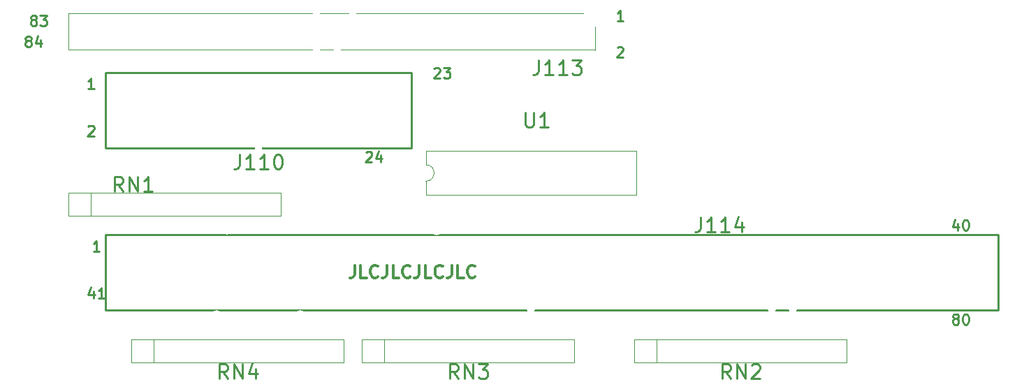
<source format=gto>
%TF.GenerationSoftware,KiCad,Pcbnew,(6.0.7)*%
%TF.CreationDate,2022-10-12T10:21:12-05:00*%
%TF.ProjectId,CompaqPortableIIIexpansionbackplane,436f6d70-6171-4506-9f72-7461626c6549,rev?*%
%TF.SameCoordinates,Original*%
%TF.FileFunction,Legend,Top*%
%TF.FilePolarity,Positive*%
%FSLAX46Y46*%
G04 Gerber Fmt 4.6, Leading zero omitted, Abs format (unit mm)*
G04 Created by KiCad (PCBNEW (6.0.7)) date 2022-10-12 10:21:12*
%MOMM*%
%LPD*%
G01*
G04 APERTURE LIST*
%ADD10C,0.254000*%
%ADD11C,0.304800*%
%ADD12C,0.120000*%
%ADD13C,1.524000*%
%ADD14R,1.600000X1.600000*%
%ADD15O,1.600000X1.600000*%
%ADD16R,1.000000X1.500000*%
%ADD17O,1.000000X1.500000*%
%ADD18C,4.400000*%
%ADD19C,1.016000*%
G04 APERTURE END LIST*
D10*
X94887142Y-92770476D02*
X94947619Y-92710000D01*
X95068571Y-92649523D01*
X95370952Y-92649523D01*
X95491904Y-92710000D01*
X95552380Y-92770476D01*
X95612857Y-92891428D01*
X95612857Y-93012380D01*
X95552380Y-93193809D01*
X94826666Y-93919523D01*
X95612857Y-93919523D01*
D11*
X127199571Y-109604628D02*
X127199571Y-110693200D01*
X127127000Y-110910914D01*
X126981857Y-111056057D01*
X126764142Y-111128628D01*
X126619000Y-111128628D01*
X128651000Y-111128628D02*
X127925285Y-111128628D01*
X127925285Y-109604628D01*
X130029857Y-110983485D02*
X129957285Y-111056057D01*
X129739571Y-111128628D01*
X129594428Y-111128628D01*
X129376714Y-111056057D01*
X129231571Y-110910914D01*
X129159000Y-110765771D01*
X129086428Y-110475485D01*
X129086428Y-110257771D01*
X129159000Y-109967485D01*
X129231571Y-109822342D01*
X129376714Y-109677200D01*
X129594428Y-109604628D01*
X129739571Y-109604628D01*
X129957285Y-109677200D01*
X130029857Y-109749771D01*
X131118428Y-109604628D02*
X131118428Y-110693200D01*
X131045857Y-110910914D01*
X130900714Y-111056057D01*
X130683000Y-111128628D01*
X130537857Y-111128628D01*
X132569857Y-111128628D02*
X131844142Y-111128628D01*
X131844142Y-109604628D01*
X133948714Y-110983485D02*
X133876142Y-111056057D01*
X133658428Y-111128628D01*
X133513285Y-111128628D01*
X133295571Y-111056057D01*
X133150428Y-110910914D01*
X133077857Y-110765771D01*
X133005285Y-110475485D01*
X133005285Y-110257771D01*
X133077857Y-109967485D01*
X133150428Y-109822342D01*
X133295571Y-109677200D01*
X133513285Y-109604628D01*
X133658428Y-109604628D01*
X133876142Y-109677200D01*
X133948714Y-109749771D01*
X135037285Y-109604628D02*
X135037285Y-110693200D01*
X134964714Y-110910914D01*
X134819571Y-111056057D01*
X134601857Y-111128628D01*
X134456714Y-111128628D01*
X136488714Y-111128628D02*
X135763000Y-111128628D01*
X135763000Y-109604628D01*
X137867571Y-110983485D02*
X137795000Y-111056057D01*
X137577285Y-111128628D01*
X137432142Y-111128628D01*
X137214428Y-111056057D01*
X137069285Y-110910914D01*
X136996714Y-110765771D01*
X136924142Y-110475485D01*
X136924142Y-110257771D01*
X136996714Y-109967485D01*
X137069285Y-109822342D01*
X137214428Y-109677200D01*
X137432142Y-109604628D01*
X137577285Y-109604628D01*
X137795000Y-109677200D01*
X137867571Y-109749771D01*
X138956142Y-109604628D02*
X138956142Y-110693200D01*
X138883571Y-110910914D01*
X138738428Y-111056057D01*
X138520714Y-111128628D01*
X138375571Y-111128628D01*
X140407571Y-111128628D02*
X139681857Y-111128628D01*
X139681857Y-109604628D01*
X141786428Y-110983485D02*
X141713857Y-111056057D01*
X141496142Y-111128628D01*
X141351000Y-111128628D01*
X141133285Y-111056057D01*
X140988142Y-110910914D01*
X140915571Y-110765771D01*
X140843000Y-110475485D01*
X140843000Y-110257771D01*
X140915571Y-109967485D01*
X140988142Y-109822342D01*
X141133285Y-109677200D01*
X141351000Y-109604628D01*
X141496142Y-109604628D01*
X141713857Y-109677200D01*
X141786428Y-109749771D01*
D10*
X95522142Y-112757857D02*
X95522142Y-113604523D01*
X95219761Y-112274047D02*
X94917380Y-113181190D01*
X95703571Y-113181190D01*
X96852619Y-113604523D02*
X96126904Y-113604523D01*
X96489761Y-113604523D02*
X96489761Y-112334523D01*
X96368809Y-112515952D01*
X96247857Y-112636904D01*
X96126904Y-112697380D01*
X199934285Y-116053809D02*
X199813333Y-115993333D01*
X199752857Y-115932857D01*
X199692380Y-115811904D01*
X199692380Y-115751428D01*
X199752857Y-115630476D01*
X199813333Y-115570000D01*
X199934285Y-115509523D01*
X200176190Y-115509523D01*
X200297142Y-115570000D01*
X200357619Y-115630476D01*
X200418095Y-115751428D01*
X200418095Y-115811904D01*
X200357619Y-115932857D01*
X200297142Y-115993333D01*
X200176190Y-116053809D01*
X199934285Y-116053809D01*
X199813333Y-116114285D01*
X199752857Y-116174761D01*
X199692380Y-116295714D01*
X199692380Y-116537619D01*
X199752857Y-116658571D01*
X199813333Y-116719047D01*
X199934285Y-116779523D01*
X200176190Y-116779523D01*
X200297142Y-116719047D01*
X200357619Y-116658571D01*
X200418095Y-116537619D01*
X200418095Y-116295714D01*
X200357619Y-116174761D01*
X200297142Y-116114285D01*
X200176190Y-116053809D01*
X201204285Y-115509523D02*
X201325238Y-115509523D01*
X201446190Y-115570000D01*
X201506666Y-115630476D01*
X201567142Y-115751428D01*
X201627619Y-115993333D01*
X201627619Y-116295714D01*
X201567142Y-116537619D01*
X201506666Y-116658571D01*
X201446190Y-116719047D01*
X201325238Y-116779523D01*
X201204285Y-116779523D01*
X201083333Y-116719047D01*
X201022857Y-116658571D01*
X200962380Y-116537619D01*
X200901904Y-116295714D01*
X200901904Y-115993333D01*
X200962380Y-115751428D01*
X201022857Y-115630476D01*
X201083333Y-115570000D01*
X201204285Y-115509523D01*
X95612857Y-88204523D02*
X94887142Y-88204523D01*
X95250000Y-88204523D02*
X95250000Y-86934523D01*
X95129047Y-87115952D01*
X95008095Y-87236904D01*
X94887142Y-87297380D01*
X128572380Y-95945476D02*
X128632857Y-95885000D01*
X128753809Y-95824523D01*
X129056190Y-95824523D01*
X129177142Y-95885000D01*
X129237619Y-95945476D01*
X129298095Y-96066428D01*
X129298095Y-96187380D01*
X129237619Y-96368809D01*
X128511904Y-97094523D01*
X129298095Y-97094523D01*
X130386666Y-96247857D02*
X130386666Y-97094523D01*
X130084285Y-95764047D02*
X129781904Y-96671190D01*
X130568095Y-96671190D01*
X96247857Y-107889523D02*
X95522142Y-107889523D01*
X95885000Y-107889523D02*
X95885000Y-106619523D01*
X95764047Y-106800952D01*
X95643095Y-106921904D01*
X95522142Y-106982380D01*
X87539285Y-82398809D02*
X87418333Y-82338333D01*
X87357857Y-82277857D01*
X87297380Y-82156904D01*
X87297380Y-82096428D01*
X87357857Y-81975476D01*
X87418333Y-81915000D01*
X87539285Y-81854523D01*
X87781190Y-81854523D01*
X87902142Y-81915000D01*
X87962619Y-81975476D01*
X88023095Y-82096428D01*
X88023095Y-82156904D01*
X87962619Y-82277857D01*
X87902142Y-82338333D01*
X87781190Y-82398809D01*
X87539285Y-82398809D01*
X87418333Y-82459285D01*
X87357857Y-82519761D01*
X87297380Y-82640714D01*
X87297380Y-82882619D01*
X87357857Y-83003571D01*
X87418333Y-83064047D01*
X87539285Y-83124523D01*
X87781190Y-83124523D01*
X87902142Y-83064047D01*
X87962619Y-83003571D01*
X88023095Y-82882619D01*
X88023095Y-82640714D01*
X87962619Y-82519761D01*
X87902142Y-82459285D01*
X87781190Y-82398809D01*
X89111666Y-82277857D02*
X89111666Y-83124523D01*
X88809285Y-81794047D02*
X88506904Y-82701190D01*
X89293095Y-82701190D01*
X159747857Y-79949523D02*
X159022142Y-79949523D01*
X159385000Y-79949523D02*
X159385000Y-78679523D01*
X159264047Y-78860952D01*
X159143095Y-78981904D01*
X159022142Y-79042380D01*
X159022142Y-83245476D02*
X159082619Y-83185000D01*
X159203571Y-83124523D01*
X159505952Y-83124523D01*
X159626904Y-83185000D01*
X159687380Y-83245476D01*
X159747857Y-83366428D01*
X159747857Y-83487380D01*
X159687380Y-83668809D01*
X158961666Y-84394523D01*
X159747857Y-84394523D01*
X136827380Y-85785476D02*
X136887857Y-85725000D01*
X137008809Y-85664523D01*
X137311190Y-85664523D01*
X137432142Y-85725000D01*
X137492619Y-85785476D01*
X137553095Y-85906428D01*
X137553095Y-86027380D01*
X137492619Y-86208809D01*
X136766904Y-86934523D01*
X137553095Y-86934523D01*
X137976428Y-85664523D02*
X138762619Y-85664523D01*
X138339285Y-86148333D01*
X138520714Y-86148333D01*
X138641666Y-86208809D01*
X138702142Y-86269285D01*
X138762619Y-86390238D01*
X138762619Y-86692619D01*
X138702142Y-86813571D01*
X138641666Y-86874047D01*
X138520714Y-86934523D01*
X138157857Y-86934523D01*
X138036904Y-86874047D01*
X137976428Y-86813571D01*
X88174285Y-79858809D02*
X88053333Y-79798333D01*
X87992857Y-79737857D01*
X87932380Y-79616904D01*
X87932380Y-79556428D01*
X87992857Y-79435476D01*
X88053333Y-79375000D01*
X88174285Y-79314523D01*
X88416190Y-79314523D01*
X88537142Y-79375000D01*
X88597619Y-79435476D01*
X88658095Y-79556428D01*
X88658095Y-79616904D01*
X88597619Y-79737857D01*
X88537142Y-79798333D01*
X88416190Y-79858809D01*
X88174285Y-79858809D01*
X88053333Y-79919285D01*
X87992857Y-79979761D01*
X87932380Y-80100714D01*
X87932380Y-80342619D01*
X87992857Y-80463571D01*
X88053333Y-80524047D01*
X88174285Y-80584523D01*
X88416190Y-80584523D01*
X88537142Y-80524047D01*
X88597619Y-80463571D01*
X88658095Y-80342619D01*
X88658095Y-80100714D01*
X88597619Y-79979761D01*
X88537142Y-79919285D01*
X88416190Y-79858809D01*
X89081428Y-79314523D02*
X89867619Y-79314523D01*
X89444285Y-79798333D01*
X89625714Y-79798333D01*
X89746666Y-79858809D01*
X89807142Y-79919285D01*
X89867619Y-80040238D01*
X89867619Y-80342619D01*
X89807142Y-80463571D01*
X89746666Y-80524047D01*
X89625714Y-80584523D01*
X89262857Y-80584523D01*
X89141904Y-80524047D01*
X89081428Y-80463571D01*
X200297142Y-104502857D02*
X200297142Y-105349523D01*
X199994761Y-104019047D02*
X199692380Y-104926190D01*
X200478571Y-104926190D01*
X201204285Y-104079523D02*
X201325238Y-104079523D01*
X201446190Y-104140000D01*
X201506666Y-104200476D01*
X201567142Y-104321428D01*
X201627619Y-104563333D01*
X201627619Y-104865714D01*
X201567142Y-105107619D01*
X201506666Y-105228571D01*
X201446190Y-105289047D01*
X201325238Y-105349523D01*
X201204285Y-105349523D01*
X201083333Y-105289047D01*
X201022857Y-105228571D01*
X200962380Y-105107619D01*
X200901904Y-104865714D01*
X200901904Y-104563333D01*
X200962380Y-104321428D01*
X201022857Y-104200476D01*
X201083333Y-104140000D01*
X201204285Y-104079523D01*
%TO.C,RN1*%
X99102333Y-100639333D02*
X98509666Y-99792666D01*
X98086333Y-100639333D02*
X98086333Y-98861333D01*
X98763666Y-98861333D01*
X98933000Y-98946000D01*
X99017666Y-99030666D01*
X99102333Y-99200000D01*
X99102333Y-99454000D01*
X99017666Y-99623333D01*
X98933000Y-99708000D01*
X98763666Y-99792666D01*
X98086333Y-99792666D01*
X99864333Y-100639333D02*
X99864333Y-98861333D01*
X100880333Y-100639333D01*
X100880333Y-98861333D01*
X102658333Y-100639333D02*
X101642333Y-100639333D01*
X102150333Y-100639333D02*
X102150333Y-98861333D01*
X101981000Y-99115333D01*
X101811666Y-99284666D01*
X101642333Y-99369333D01*
%TO.C,J110*%
X113284000Y-96181333D02*
X113284000Y-97451333D01*
X113199333Y-97705333D01*
X113030000Y-97874666D01*
X112776000Y-97959333D01*
X112606666Y-97959333D01*
X115062000Y-97959333D02*
X114046000Y-97959333D01*
X114554000Y-97959333D02*
X114554000Y-96181333D01*
X114384666Y-96435333D01*
X114215333Y-96604666D01*
X114046000Y-96689333D01*
X116755333Y-97959333D02*
X115739333Y-97959333D01*
X116247333Y-97959333D02*
X116247333Y-96181333D01*
X116078000Y-96435333D01*
X115908666Y-96604666D01*
X115739333Y-96689333D01*
X117856000Y-96181333D02*
X118025333Y-96181333D01*
X118194666Y-96266000D01*
X118279333Y-96350666D01*
X118364000Y-96520000D01*
X118448666Y-96858666D01*
X118448666Y-97282000D01*
X118364000Y-97620666D01*
X118279333Y-97790000D01*
X118194666Y-97874666D01*
X118025333Y-97959333D01*
X117856000Y-97959333D01*
X117686666Y-97874666D01*
X117602000Y-97790000D01*
X117517333Y-97620666D01*
X117432666Y-97282000D01*
X117432666Y-96858666D01*
X117517333Y-96520000D01*
X117602000Y-96350666D01*
X117686666Y-96266000D01*
X117856000Y-96181333D01*
%TO.C,J113*%
X149479000Y-84751333D02*
X149479000Y-86021333D01*
X149394333Y-86275333D01*
X149225000Y-86444666D01*
X148971000Y-86529333D01*
X148801666Y-86529333D01*
X151257000Y-86529333D02*
X150241000Y-86529333D01*
X150749000Y-86529333D02*
X150749000Y-84751333D01*
X150579666Y-85005333D01*
X150410333Y-85174666D01*
X150241000Y-85259333D01*
X152950333Y-86529333D02*
X151934333Y-86529333D01*
X152442333Y-86529333D02*
X152442333Y-84751333D01*
X152273000Y-85005333D01*
X152103666Y-85174666D01*
X151934333Y-85259333D01*
X153543000Y-84751333D02*
X154643666Y-84751333D01*
X154051000Y-85428666D01*
X154305000Y-85428666D01*
X154474333Y-85513333D01*
X154559000Y-85598000D01*
X154643666Y-85767333D01*
X154643666Y-86190666D01*
X154559000Y-86360000D01*
X154474333Y-86444666D01*
X154305000Y-86529333D01*
X153797000Y-86529333D01*
X153627666Y-86444666D01*
X153543000Y-86360000D01*
%TO.C,RN3*%
X139742333Y-123359333D02*
X139149666Y-122512666D01*
X138726333Y-123359333D02*
X138726333Y-121581333D01*
X139403666Y-121581333D01*
X139573000Y-121666000D01*
X139657666Y-121750666D01*
X139742333Y-121920000D01*
X139742333Y-122174000D01*
X139657666Y-122343333D01*
X139573000Y-122428000D01*
X139403666Y-122512666D01*
X138726333Y-122512666D01*
X140504333Y-123359333D02*
X140504333Y-121581333D01*
X141520333Y-123359333D01*
X141520333Y-121581333D01*
X142197666Y-121581333D02*
X143298333Y-121581333D01*
X142705666Y-122258666D01*
X142959666Y-122258666D01*
X143129000Y-122343333D01*
X143213666Y-122428000D01*
X143298333Y-122597333D01*
X143298333Y-123020666D01*
X143213666Y-123190000D01*
X143129000Y-123274666D01*
X142959666Y-123359333D01*
X142451666Y-123359333D01*
X142282333Y-123274666D01*
X142197666Y-123190000D01*
%TO.C,RN2*%
X172762333Y-123359333D02*
X172169666Y-122512666D01*
X171746333Y-123359333D02*
X171746333Y-121581333D01*
X172423666Y-121581333D01*
X172593000Y-121666000D01*
X172677666Y-121750666D01*
X172762333Y-121920000D01*
X172762333Y-122174000D01*
X172677666Y-122343333D01*
X172593000Y-122428000D01*
X172423666Y-122512666D01*
X171746333Y-122512666D01*
X173524333Y-123359333D02*
X173524333Y-121581333D01*
X174540333Y-123359333D01*
X174540333Y-121581333D01*
X175302333Y-121750666D02*
X175387000Y-121666000D01*
X175556333Y-121581333D01*
X175979666Y-121581333D01*
X176149000Y-121666000D01*
X176233666Y-121750666D01*
X176318333Y-121920000D01*
X176318333Y-122089333D01*
X176233666Y-122343333D01*
X175217666Y-123359333D01*
X176318333Y-123359333D01*
%TO.C,RN4*%
X111802333Y-123359333D02*
X111209666Y-122512666D01*
X110786333Y-123359333D02*
X110786333Y-121581333D01*
X111463666Y-121581333D01*
X111633000Y-121666000D01*
X111717666Y-121750666D01*
X111802333Y-121920000D01*
X111802333Y-122174000D01*
X111717666Y-122343333D01*
X111633000Y-122428000D01*
X111463666Y-122512666D01*
X110786333Y-122512666D01*
X112564333Y-123359333D02*
X112564333Y-121581333D01*
X113580333Y-123359333D01*
X113580333Y-121581333D01*
X115189000Y-122174000D02*
X115189000Y-123359333D01*
X114765666Y-121496666D02*
X114342333Y-122766666D01*
X115443000Y-122766666D01*
%TO.C,U1*%
X147870333Y-91101333D02*
X147870333Y-92540666D01*
X147955000Y-92710000D01*
X148039666Y-92794666D01*
X148209000Y-92879333D01*
X148547666Y-92879333D01*
X148717000Y-92794666D01*
X148801666Y-92710000D01*
X148886333Y-92540666D01*
X148886333Y-91101333D01*
X150664333Y-92879333D02*
X149648333Y-92879333D01*
X150156333Y-92879333D02*
X150156333Y-91101333D01*
X149987000Y-91355333D01*
X149817666Y-91524666D01*
X149648333Y-91609333D01*
%TO.C,J114*%
X169164000Y-103801333D02*
X169164000Y-105071333D01*
X169079333Y-105325333D01*
X168910000Y-105494666D01*
X168656000Y-105579333D01*
X168486666Y-105579333D01*
X170942000Y-105579333D02*
X169926000Y-105579333D01*
X170434000Y-105579333D02*
X170434000Y-103801333D01*
X170264666Y-104055333D01*
X170095333Y-104224666D01*
X169926000Y-104309333D01*
X172635333Y-105579333D02*
X171619333Y-105579333D01*
X172127333Y-105579333D02*
X172127333Y-103801333D01*
X171958000Y-104055333D01*
X171788666Y-104224666D01*
X171619333Y-104309333D01*
X174159333Y-104394000D02*
X174159333Y-105579333D01*
X173736000Y-103716666D02*
X173312666Y-104986666D01*
X174413333Y-104986666D01*
D12*
%TO.C,RN1*%
X118280000Y-100835000D02*
X92540000Y-100835000D01*
X92540000Y-100835000D02*
X92540000Y-103635000D01*
X118280000Y-103635000D02*
X118280000Y-100835000D01*
X92540000Y-103635000D02*
X118280000Y-103635000D01*
X95250000Y-100835000D02*
X95250000Y-103635000D01*
D10*
%TO.C,J110*%
X134112000Y-86233000D02*
X97028000Y-86233000D01*
X97028000Y-95377000D02*
X134112000Y-95377000D01*
X134112000Y-95377000D02*
X134112000Y-86233000D01*
X97028000Y-86233000D02*
X97028000Y-95377000D01*
D12*
%TO.C,J113*%
X156390000Y-80645000D02*
X156390000Y-83506235D01*
X156330000Y-83500000D02*
X92530000Y-83500000D01*
X92530000Y-79060000D02*
X92530000Y-83500000D01*
X154940000Y-79060000D02*
X92530000Y-79060000D01*
%TO.C,RN3*%
X153840000Y-121415000D02*
X153840000Y-118615000D01*
X128100000Y-121415000D02*
X153840000Y-121415000D01*
X130810000Y-118615000D02*
X130810000Y-121415000D01*
X153840000Y-118615000D02*
X128100000Y-118615000D01*
X128100000Y-118615000D02*
X128100000Y-121415000D01*
%TO.C,RN2*%
X161120000Y-118615000D02*
X161120000Y-121415000D01*
X186860000Y-118615000D02*
X161120000Y-118615000D01*
X186860000Y-121415000D02*
X186860000Y-118615000D01*
X161120000Y-121415000D02*
X186860000Y-121415000D01*
X163830000Y-118615000D02*
X163830000Y-121415000D01*
%TO.C,RN4*%
X100160000Y-121415000D02*
X125900000Y-121415000D01*
X102870000Y-118615000D02*
X102870000Y-121415000D01*
X125900000Y-121415000D02*
X125900000Y-118615000D01*
X100160000Y-118615000D02*
X100160000Y-121415000D01*
X125900000Y-118615000D02*
X100160000Y-118615000D01*
%TO.C,U1*%
X135830000Y-101075000D02*
X161350000Y-101075000D01*
X161350000Y-101075000D02*
X161350000Y-95775000D01*
X161350000Y-95775000D02*
X135830000Y-95775000D01*
X135830000Y-95775000D02*
X135830000Y-97425000D01*
X135830000Y-99425000D02*
X135830000Y-101075000D01*
X135830000Y-99425000D02*
G75*
G03*
X135830000Y-97425000I0J1000000D01*
G01*
D10*
%TO.C,J114*%
X97028000Y-105918000D02*
X97028000Y-115062000D01*
X205232000Y-115062000D02*
X205232000Y-105918000D01*
X205232000Y-105918000D02*
X97028000Y-105918000D01*
X97028000Y-115062000D02*
X205232000Y-115062000D01*
%TD*%
D13*
%TO.C,J110*%
X101600000Y-88265000D03*
X101600000Y-93345000D03*
X104140000Y-88265000D03*
X104140000Y-93345000D03*
X106680000Y-88265000D03*
X106680000Y-93345000D03*
X109220000Y-88265000D03*
X109220000Y-93345000D03*
X111760000Y-88265000D03*
X111760000Y-93345000D03*
X114300000Y-88265000D03*
X114300000Y-93345000D03*
X116840000Y-88265000D03*
X116840000Y-93345000D03*
X119380000Y-88265000D03*
X119380000Y-93345000D03*
X121920000Y-88265000D03*
X121920000Y-93345000D03*
X124460000Y-88265000D03*
X124460000Y-93345000D03*
X127000000Y-88265000D03*
X127000000Y-93345000D03*
X129540000Y-88265000D03*
X129540000Y-93345000D03*
%TD*%
%TO.C,J114*%
X101600000Y-107950000D03*
X104140000Y-107950000D03*
X106680000Y-107950000D03*
X109220000Y-107950000D03*
X111760000Y-107950000D03*
X114300000Y-107950000D03*
X116840000Y-107950000D03*
X119380000Y-107950000D03*
X121920000Y-107950000D03*
X124460000Y-107950000D03*
X127000000Y-107950000D03*
X129540000Y-107950000D03*
X132080000Y-107950000D03*
X134620000Y-107950000D03*
X137160000Y-107950000D03*
X139700000Y-107950000D03*
X142240000Y-107950000D03*
X144780000Y-107950000D03*
X147320000Y-107950000D03*
X149860000Y-107950000D03*
X152400000Y-107950000D03*
X154940000Y-107950000D03*
X157480000Y-107950000D03*
X160020000Y-107950000D03*
X162560000Y-107950000D03*
X165100000Y-107950000D03*
X167640000Y-107950000D03*
X170180000Y-107950000D03*
X172720000Y-107950000D03*
X175260000Y-107950000D03*
X177800000Y-107950000D03*
X180340000Y-107950000D03*
X182880000Y-107950000D03*
X185420000Y-107950000D03*
X187960000Y-107950000D03*
X190500000Y-107950000D03*
X193040000Y-107950000D03*
X195580000Y-107950000D03*
X198120000Y-107950000D03*
X200660000Y-107950000D03*
X101600000Y-113030000D03*
X104140000Y-113030000D03*
X106680000Y-113030000D03*
X109220000Y-113030000D03*
X111760000Y-113030000D03*
X114300000Y-113030000D03*
X116840000Y-113030000D03*
X119380000Y-113030000D03*
X121920000Y-113030000D03*
X124460000Y-113030000D03*
X127000000Y-113030000D03*
X129540000Y-113030000D03*
X132080000Y-113030000D03*
X134620000Y-113030000D03*
X137160000Y-113030000D03*
X139700000Y-113030000D03*
X142240000Y-113030000D03*
X144780000Y-113030000D03*
X147320000Y-113030000D03*
X149860000Y-113030000D03*
X152400000Y-113030000D03*
X154940000Y-113030000D03*
X157480000Y-113030000D03*
X160020000Y-113030000D03*
X162560000Y-113030000D03*
X165100000Y-113030000D03*
X167640000Y-113030000D03*
X170180000Y-113030000D03*
X172720000Y-113030000D03*
X175282238Y-113102193D03*
X177800000Y-113030000D03*
X180340000Y-113030000D03*
X182880000Y-113030000D03*
X185420000Y-113030000D03*
X187960000Y-113030000D03*
X190500000Y-113030000D03*
X193040000Y-113030000D03*
X195580000Y-113030000D03*
X198120000Y-113030000D03*
X200660000Y-113030000D03*
%TD*%
%LPC*%
D14*
%TO.C,RN1*%
X93980000Y-102235000D03*
D15*
X96520000Y-102235000D03*
X99060000Y-102235000D03*
X101600000Y-102235000D03*
X104140000Y-102235000D03*
X106680000Y-102235000D03*
X109220000Y-102235000D03*
X111760000Y-102235000D03*
X114300000Y-102235000D03*
X116840000Y-102235000D03*
%TD*%
D13*
%TO.C,J110*%
X101600000Y-88265000D03*
X101600000Y-93345000D03*
X104140000Y-88265000D03*
X104140000Y-93345000D03*
X106680000Y-88265000D03*
X106680000Y-93345000D03*
X109220000Y-88265000D03*
X109220000Y-93345000D03*
X111760000Y-88265000D03*
X111760000Y-93345000D03*
X114300000Y-88265000D03*
X114300000Y-93345000D03*
X116840000Y-88265000D03*
X116840000Y-93345000D03*
X119380000Y-88265000D03*
X119380000Y-93345000D03*
X121920000Y-88265000D03*
X121920000Y-93345000D03*
X124460000Y-88265000D03*
X124460000Y-93345000D03*
X127000000Y-88265000D03*
X127000000Y-93345000D03*
X129540000Y-88265000D03*
X129540000Y-93345000D03*
%TD*%
D16*
%TO.C,J113*%
X155575000Y-80010000D03*
D17*
X155575000Y-82550000D03*
X154305000Y-80010000D03*
X154305000Y-82550000D03*
X153035000Y-80010000D03*
X153035000Y-82550000D03*
X151765000Y-80010000D03*
X151765000Y-82550000D03*
X150495000Y-80010000D03*
X150495000Y-82550000D03*
X149225000Y-80010000D03*
X149225000Y-82550000D03*
X147955000Y-80010000D03*
X147955000Y-82550000D03*
X146685000Y-80010000D03*
X146685000Y-82550000D03*
X145415000Y-80010000D03*
X145415000Y-82550000D03*
X144145000Y-80010000D03*
X144145000Y-82550000D03*
X142875000Y-80010000D03*
X142875000Y-82550000D03*
X141605000Y-80010000D03*
X141605000Y-82550000D03*
X140335000Y-80010000D03*
X140335000Y-82550000D03*
X139065000Y-80010000D03*
X139065000Y-82550000D03*
X137795000Y-80010000D03*
X137795000Y-82550000D03*
X136525000Y-80010000D03*
X136525000Y-82550000D03*
X135255000Y-80010000D03*
X135255000Y-82550000D03*
X133985000Y-80010000D03*
X133985000Y-82550000D03*
X132715000Y-80010000D03*
X132715000Y-82550000D03*
X131445000Y-80010000D03*
X131445000Y-82550000D03*
X130175000Y-80010000D03*
X130175000Y-82550000D03*
X118745000Y-80010000D03*
X118745000Y-82550000D03*
X117475000Y-80010000D03*
X117475000Y-82550000D03*
X116205000Y-80010000D03*
X116205000Y-82550000D03*
X114935000Y-80010000D03*
X114935000Y-82550000D03*
X113665000Y-80010000D03*
X113665000Y-82550000D03*
X112395000Y-80010000D03*
X112395000Y-82550000D03*
X111125000Y-80010000D03*
X111125000Y-82550000D03*
X109855000Y-80010000D03*
X109855000Y-82550000D03*
X108585000Y-80010000D03*
X108585000Y-82550000D03*
X107315000Y-80010000D03*
X107315000Y-82550000D03*
X106045000Y-80010000D03*
X106045000Y-82550000D03*
X104775000Y-80010000D03*
X104775000Y-82550000D03*
X103505000Y-80010000D03*
X103505000Y-82550000D03*
X102235000Y-80010000D03*
X102235000Y-82550000D03*
X100965000Y-80010000D03*
X100965000Y-82550000D03*
X99695000Y-80010000D03*
X99695000Y-82550000D03*
X98425000Y-80010000D03*
X98425000Y-82550000D03*
X97155000Y-80010000D03*
X97155000Y-82550000D03*
X95885000Y-80010000D03*
X95885000Y-82550000D03*
X94615000Y-80010000D03*
X94615000Y-82550000D03*
X93345000Y-80010000D03*
X93345000Y-82550000D03*
%TD*%
D14*
%TO.C,RN3*%
X129540000Y-120015000D03*
D15*
X132080000Y-120015000D03*
X134620000Y-120015000D03*
X137160000Y-120015000D03*
X139700000Y-120015000D03*
X142240000Y-120015000D03*
X144780000Y-120015000D03*
X147320000Y-120015000D03*
X149860000Y-120015000D03*
X152400000Y-120015000D03*
%TD*%
D14*
%TO.C,RN2*%
X162560000Y-120015000D03*
D15*
X165100000Y-120015000D03*
X167640000Y-120015000D03*
X170180000Y-120015000D03*
X172720000Y-120015000D03*
X175260000Y-120015000D03*
X177800000Y-120015000D03*
X180340000Y-120015000D03*
X182880000Y-120015000D03*
X185420000Y-120015000D03*
%TD*%
D14*
%TO.C,RN4*%
X101600000Y-120015000D03*
D15*
X104140000Y-120015000D03*
X106680000Y-120015000D03*
X109220000Y-120015000D03*
X111760000Y-120015000D03*
X114300000Y-120015000D03*
X116840000Y-120015000D03*
X119380000Y-120015000D03*
X121920000Y-120015000D03*
X124460000Y-120015000D03*
%TD*%
D14*
%TO.C,U1*%
X137160000Y-102235000D03*
D15*
X139700000Y-102235000D03*
X142240000Y-102235000D03*
X144780000Y-102235000D03*
X147320000Y-102235000D03*
X149860000Y-102235000D03*
X152400000Y-102235000D03*
X154940000Y-102235000D03*
X157480000Y-102235000D03*
X160020000Y-102235000D03*
X160020000Y-94615000D03*
X157480000Y-94615000D03*
X154940000Y-94615000D03*
X152400000Y-94615000D03*
X149860000Y-94615000D03*
X147320000Y-94615000D03*
X144780000Y-94615000D03*
X142240000Y-94615000D03*
X139700000Y-94615000D03*
X137160000Y-94615000D03*
%TD*%
D13*
%TO.C,J114*%
X101600000Y-107950000D03*
X104140000Y-107950000D03*
X106680000Y-107950000D03*
X109220000Y-107950000D03*
X111760000Y-107950000D03*
X114300000Y-107950000D03*
X116840000Y-107950000D03*
X119380000Y-107950000D03*
X121920000Y-107950000D03*
X124460000Y-107950000D03*
X127000000Y-107950000D03*
X129540000Y-107950000D03*
X132080000Y-107950000D03*
X134620000Y-107950000D03*
X137160000Y-107950000D03*
X139700000Y-107950000D03*
X142240000Y-107950000D03*
X144780000Y-107950000D03*
X147320000Y-107950000D03*
X149860000Y-107950000D03*
X152400000Y-107950000D03*
X154940000Y-107950000D03*
X157480000Y-107950000D03*
X160020000Y-107950000D03*
X162560000Y-107950000D03*
X165100000Y-107950000D03*
X167640000Y-107950000D03*
X170180000Y-107950000D03*
X172720000Y-107950000D03*
X175260000Y-107950000D03*
X177800000Y-107950000D03*
X180340000Y-107950000D03*
X182880000Y-107950000D03*
X185420000Y-107950000D03*
X187960000Y-107950000D03*
X190500000Y-107950000D03*
X193040000Y-107950000D03*
X195580000Y-107950000D03*
X198120000Y-107950000D03*
X200660000Y-107950000D03*
X101600000Y-113030000D03*
X104140000Y-113030000D03*
X106680000Y-113030000D03*
X109220000Y-113030000D03*
X111760000Y-113030000D03*
X114300000Y-113030000D03*
X116840000Y-113030000D03*
X119380000Y-113030000D03*
X121920000Y-113030000D03*
X124460000Y-113030000D03*
X127000000Y-113030000D03*
X129540000Y-113030000D03*
X132080000Y-113030000D03*
X134620000Y-113030000D03*
X137160000Y-113030000D03*
X139700000Y-113030000D03*
X142240000Y-113030000D03*
X144780000Y-113030000D03*
X147320000Y-113030000D03*
X149860000Y-113030000D03*
X152400000Y-113030000D03*
X154940000Y-113030000D03*
X157480000Y-113030000D03*
X160020000Y-113030000D03*
X162560000Y-113030000D03*
X165100000Y-113030000D03*
X167640000Y-113030000D03*
X170180000Y-113030000D03*
X172720000Y-113030000D03*
X175282238Y-113102193D03*
X177800000Y-113030000D03*
X180340000Y-113030000D03*
X182880000Y-113030000D03*
X185420000Y-113030000D03*
X187960000Y-113030000D03*
X190500000Y-113030000D03*
X193040000Y-113030000D03*
X195580000Y-113030000D03*
X198120000Y-113030000D03*
X200660000Y-113030000D03*
%TD*%
D18*
%TO.C,H2*%
X207010000Y-89535000D03*
%TD*%
%TO.C,H1*%
X91440000Y-120015000D03*
%TD*%
D19*
X179070000Y-93345000D03*
X122555000Y-83820000D03*
X180340000Y-76835000D03*
X180340000Y-99695000D03*
X119380000Y-101650800D03*
X190500000Y-92075000D03*
X125095000Y-83820000D03*
X158750000Y-118745000D03*
X163830000Y-84455000D03*
X137160000Y-105460800D03*
X130175000Y-102235000D03*
X133350000Y-102235000D03*
X125730000Y-103505000D03*
X133350000Y-104140000D03*
X127000000Y-79375000D03*
X140970000Y-116840000D03*
X127000000Y-81280000D03*
X127000000Y-104775000D03*
X130175000Y-104775000D03*
X191770000Y-109855000D03*
X191770000Y-88265000D03*
X187960000Y-89535000D03*
X185420000Y-90805000D03*
X177800000Y-114935000D03*
X176530000Y-88265000D03*
X137160000Y-90170000D03*
X143510000Y-88265000D03*
X93980000Y-108610400D03*
X92075000Y-108585000D03*
X110490000Y-115570000D03*
X120650000Y-115570000D03*
X105410000Y-100330000D03*
X93345000Y-113665000D03*
X95250000Y-114935000D03*
X158750000Y-82550000D03*
X148590000Y-114935000D03*
X151130000Y-111125000D03*
X149225000Y-99695000D03*
X162560000Y-100330000D03*
X115570000Y-95250000D03*
X142240000Y-96520000D03*
X111760000Y-105410000D03*
X122555000Y-79375000D03*
X124460000Y-104775000D03*
X92710000Y-95885000D03*
X109220000Y-98425000D03*
X124460000Y-102235000D03*
X161925000Y-88265000D03*
X167640000Y-84455000D03*
X170180000Y-83185000D03*
X172720000Y-81280000D03*
X175260000Y-79375000D03*
X166370000Y-83185000D03*
X168910000Y-81280000D03*
X171450000Y-79375000D03*
X173990000Y-77470000D03*
X102870000Y-116205000D03*
X123190000Y-103505000D03*
X119380000Y-104775000D03*
X180340000Y-114935000D03*
X181610000Y-86995000D03*
X97155000Y-118745000D03*
X135890000Y-86995000D03*
X146685000Y-88265000D03*
M02*

</source>
